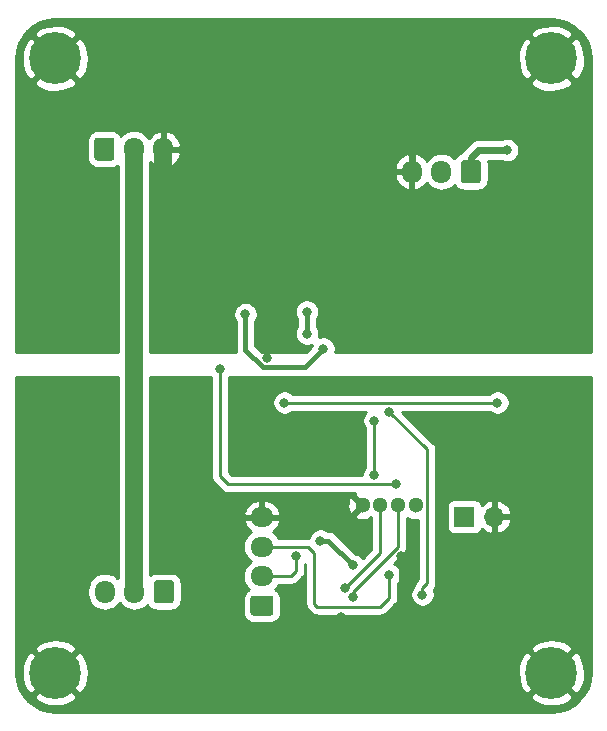
<source format=gbl>
G04 #@! TF.GenerationSoftware,KiCad,Pcbnew,(5.1.8)-1*
G04 #@! TF.CreationDate,2021-03-23T12:55:02+03:00*
G04 #@! TF.ProjectId,uart_key,75617274-5f6b-4657-992e-6b696361645f,rev?*
G04 #@! TF.SameCoordinates,Original*
G04 #@! TF.FileFunction,Copper,L2,Bot*
G04 #@! TF.FilePolarity,Positive*
%FSLAX46Y46*%
G04 Gerber Fmt 4.6, Leading zero omitted, Abs format (unit mm)*
G04 Created by KiCad (PCBNEW (5.1.8)-1) date 2021-03-23 12:55:02*
%MOMM*%
%LPD*%
G01*
G04 APERTURE LIST*
G04 #@! TA.AperFunction,ComponentPad*
%ADD10C,0.700000*%
G04 #@! TD*
G04 #@! TA.AperFunction,ComponentPad*
%ADD11C,4.400000*%
G04 #@! TD*
G04 #@! TA.AperFunction,ComponentPad*
%ADD12O,1.700000X1.700000*%
G04 #@! TD*
G04 #@! TA.AperFunction,ComponentPad*
%ADD13R,1.700000X1.700000*%
G04 #@! TD*
G04 #@! TA.AperFunction,ComponentPad*
%ADD14O,1.700000X1.950000*%
G04 #@! TD*
G04 #@! TA.AperFunction,ComponentPad*
%ADD15C,1.300000*%
G04 #@! TD*
G04 #@! TA.AperFunction,ComponentPad*
%ADD16O,1.950000X1.700000*%
G04 #@! TD*
G04 #@! TA.AperFunction,ViaPad*
%ADD17C,0.800000*%
G04 #@! TD*
G04 #@! TA.AperFunction,Conductor*
%ADD18C,0.400000*%
G04 #@! TD*
G04 #@! TA.AperFunction,Conductor*
%ADD19C,1.500000*%
G04 #@! TD*
G04 #@! TA.AperFunction,Conductor*
%ADD20C,0.600000*%
G04 #@! TD*
G04 #@! TA.AperFunction,Conductor*
%ADD21C,0.250000*%
G04 #@! TD*
G04 #@! TA.AperFunction,Conductor*
%ADD22C,0.254000*%
G04 #@! TD*
G04 #@! TA.AperFunction,Conductor*
%ADD23C,0.100000*%
G04 #@! TD*
G04 APERTURE END LIST*
D10*
X23166726Y-70833274D03*
X22000000Y-70350000D03*
X20833274Y-70833274D03*
X20350000Y-72000000D03*
X20833274Y-73166726D03*
X22000000Y-73650000D03*
X23166726Y-73166726D03*
X23650000Y-72000000D03*
D11*
X22000000Y-72000000D03*
D10*
X65166726Y-70833274D03*
X64000000Y-70350000D03*
X62833274Y-70833274D03*
X62350000Y-72000000D03*
X62833274Y-73166726D03*
X64000000Y-73650000D03*
X65166726Y-73166726D03*
X65650000Y-72000000D03*
D11*
X64000000Y-72000000D03*
D10*
X23166726Y-18833274D03*
X22000000Y-18350000D03*
X20833274Y-18833274D03*
X20350000Y-20000000D03*
X20833274Y-21166726D03*
X22000000Y-21650000D03*
X23166726Y-21166726D03*
X23650000Y-20000000D03*
D11*
X22000000Y-20000000D03*
D10*
X65166726Y-18833274D03*
X64000000Y-18350000D03*
X62833274Y-18833274D03*
X62350000Y-20000000D03*
X62833274Y-21166726D03*
X64000000Y-21650000D03*
X65166726Y-21166726D03*
X65650000Y-20000000D03*
D11*
X64000000Y-20000000D03*
D12*
X59170000Y-58790000D03*
D13*
X56630000Y-58790000D03*
D14*
X26190000Y-65140000D03*
X28690000Y-65140000D03*
G04 #@! TA.AperFunction,ComponentPad*
G36*
G01*
X32040000Y-64415000D02*
X32040000Y-65865000D01*
G75*
G02*
X31790000Y-66115000I-250000J0D01*
G01*
X30590000Y-66115000D01*
G75*
G02*
X30340000Y-65865000I0J250000D01*
G01*
X30340000Y-64415000D01*
G75*
G02*
X30590000Y-64165000I250000J0D01*
G01*
X31790000Y-64165000D01*
G75*
G02*
X32040000Y-64415000I0J-250000D01*
G01*
G37*
G04 #@! TD.AperFunction*
D15*
X48010000Y-57822000D03*
X49510000Y-57822000D03*
X51010000Y-57822000D03*
X52510000Y-57822000D03*
D14*
X52185000Y-29580000D03*
X54685000Y-29580000D03*
G04 #@! TA.AperFunction,ComponentPad*
G36*
G01*
X58035000Y-28855000D02*
X58035000Y-30305000D01*
G75*
G02*
X57785000Y-30555000I-250000J0D01*
G01*
X56585000Y-30555000D01*
G75*
G02*
X56335000Y-30305000I0J250000D01*
G01*
X56335000Y-28855000D01*
G75*
G02*
X56585000Y-28605000I250000J0D01*
G01*
X57785000Y-28605000D01*
G75*
G02*
X58035000Y-28855000I0J-250000D01*
G01*
G37*
G04 #@! TD.AperFunction*
X31150000Y-27675000D03*
X28650000Y-27675000D03*
G04 #@! TA.AperFunction,ComponentPad*
G36*
G01*
X25300000Y-28400000D02*
X25300000Y-26950000D01*
G75*
G02*
X25550000Y-26700000I250000J0D01*
G01*
X26750000Y-26700000D01*
G75*
G02*
X27000000Y-26950000I0J-250000D01*
G01*
X27000000Y-28400000D01*
G75*
G02*
X26750000Y-28650000I-250000J0D01*
G01*
X25550000Y-28650000D01*
G75*
G02*
X25300000Y-28400000I0J250000D01*
G01*
G37*
G04 #@! TD.AperFunction*
D16*
X39485000Y-58830000D03*
X39485000Y-61330000D03*
X39485000Y-63830000D03*
G04 #@! TA.AperFunction,ComponentPad*
G36*
G01*
X40210000Y-67180000D02*
X38760000Y-67180000D01*
G75*
G02*
X38510000Y-66930000I0J250000D01*
G01*
X38510000Y-65730000D01*
G75*
G02*
X38760000Y-65480000I250000J0D01*
G01*
X40210000Y-65480000D01*
G75*
G02*
X40460000Y-65730000I0J-250000D01*
G01*
X40460000Y-66930000D01*
G75*
G02*
X40210000Y-67180000I-250000J0D01*
G01*
G37*
G04 #@! TD.AperFunction*
D17*
X44253835Y-51839251D03*
X40443835Y-51839251D03*
X46216000Y-67280000D03*
X51296000Y-62113561D03*
X38088000Y-41645000D03*
X44692008Y-44566000D03*
X60229076Y-27757982D03*
X44438000Y-60822000D03*
X47187061Y-62913542D03*
X46481000Y-64875000D03*
X47232000Y-65610000D03*
X43300189Y-43291250D03*
X43295000Y-41425000D03*
X53074000Y-65394000D03*
X50280000Y-49900000D03*
X50280000Y-63725000D03*
X31150000Y-43470000D03*
X32420000Y-43470000D03*
X33690000Y-43470000D03*
X33690000Y-43470000D03*
X39896844Y-35624543D03*
X36945000Y-35295000D03*
X60331209Y-23787575D03*
X31150000Y-43470000D03*
X32420000Y-43470000D03*
X39934609Y-45343881D03*
X49010000Y-50662000D03*
X49010000Y-55234000D03*
X35936478Y-46266566D03*
X50855654Y-56054335D03*
X59424000Y-49138000D03*
X41390000Y-49138000D03*
X42406000Y-62092000D03*
D18*
X44253835Y-51839251D02*
X40443835Y-51839251D01*
X46216000Y-67280000D02*
X50426000Y-67280000D01*
X51296000Y-66410000D02*
X51296000Y-62113561D01*
X50426000Y-67280000D02*
X51296000Y-66410000D01*
D19*
X28650000Y-65100000D02*
X28690000Y-65140000D01*
X28650000Y-27675000D02*
X28650000Y-65100000D01*
D18*
X38088000Y-44681274D02*
X38088000Y-41645000D01*
X43114126Y-46143882D02*
X39550608Y-46143882D01*
X39550608Y-46143882D02*
X38088000Y-44681274D01*
X44692008Y-44566000D02*
X43114126Y-46143882D01*
D20*
X60229076Y-27757982D02*
X57817018Y-27757982D01*
X57185000Y-28390000D02*
X57185000Y-29580000D01*
X57817018Y-27757982D02*
X57185000Y-28390000D01*
D18*
X45095519Y-60822000D02*
X47187061Y-62913542D01*
X44438000Y-60822000D02*
X45095519Y-60822000D01*
D21*
X49510000Y-61846000D02*
X49510000Y-57822000D01*
X46481000Y-64875000D02*
X49510000Y-61846000D01*
X51010000Y-61362000D02*
X51010000Y-57822000D01*
X47232000Y-65140000D02*
X51010000Y-61362000D01*
X47232000Y-65610000D02*
X47232000Y-65140000D01*
D18*
X43300189Y-41430189D02*
X43295000Y-41425000D01*
X43300189Y-43291250D02*
X43300189Y-41430189D01*
D21*
X53485001Y-53105001D02*
X50280000Y-49900000D01*
X53485001Y-64414999D02*
X53485001Y-53105001D01*
X53074000Y-64826000D02*
X53485001Y-64414999D01*
X53074000Y-65394000D02*
X53074000Y-64826000D01*
X50280000Y-63725000D02*
X50280000Y-65648000D01*
X50280000Y-65648000D02*
X49518000Y-66410000D01*
X49518000Y-66410000D02*
X44184000Y-66410000D01*
X44184000Y-66410000D02*
X43930000Y-66156000D01*
X43930000Y-61838000D02*
X43422000Y-61330000D01*
X43930000Y-66156000D02*
X43930000Y-61838000D01*
X43422000Y-61330000D02*
X39485000Y-61330000D01*
D19*
X32420000Y-43470000D02*
X32420000Y-43470000D01*
X33690000Y-43470000D02*
X33690000Y-43470000D01*
X33690000Y-43470000D02*
X33690000Y-43470000D01*
X31150000Y-43470000D02*
X31150000Y-43470000D01*
D20*
X37274543Y-35624543D02*
X36945000Y-35295000D01*
X39896844Y-35624543D02*
X37274543Y-35624543D01*
X60331209Y-23787575D02*
X52897425Y-23787575D01*
X52185000Y-24500000D02*
X52185000Y-29580000D01*
X52897425Y-23787575D02*
X52185000Y-24500000D01*
D19*
X31150000Y-27675000D02*
X31150000Y-43470000D01*
X31150000Y-43470000D02*
X31150000Y-43470000D01*
X31150000Y-43470000D02*
X32420000Y-43470000D01*
X32420000Y-43470000D02*
X33690000Y-43470000D01*
D18*
X39934609Y-35662308D02*
X39896844Y-35624543D01*
X39934609Y-45343881D02*
X39934609Y-35662308D01*
D21*
X49010000Y-50662000D02*
X49010000Y-55234000D01*
X35936478Y-46266566D02*
X35936478Y-55368478D01*
X36622335Y-56054335D02*
X35936478Y-55368478D01*
X36622335Y-56054335D02*
X50855654Y-56054335D01*
X59424000Y-49138000D02*
X41390000Y-49138000D01*
X42406000Y-62092000D02*
X42406000Y-63362000D01*
X41938000Y-63830000D02*
X39485000Y-63830000D01*
X42406000Y-63362000D02*
X41938000Y-63830000D01*
D22*
X64648126Y-16726714D02*
X65271572Y-16914943D01*
X65846579Y-17220681D01*
X66351247Y-17632279D01*
X66766362Y-18134067D01*
X67076105Y-18706924D01*
X67268682Y-19329039D01*
X67340000Y-20007584D01*
X67340000Y-44873000D01*
X45685121Y-44873000D01*
X45687234Y-44867898D01*
X45727008Y-44667939D01*
X45727008Y-44464061D01*
X45687234Y-44264102D01*
X45609213Y-44075744D01*
X45495945Y-43906226D01*
X45351782Y-43762063D01*
X45182264Y-43648795D01*
X44993906Y-43570774D01*
X44793947Y-43531000D01*
X44590069Y-43531000D01*
X44390110Y-43570774D01*
X44286990Y-43613488D01*
X44295415Y-43593148D01*
X44335189Y-43393189D01*
X44335189Y-43189311D01*
X44295415Y-42989352D01*
X44217394Y-42800994D01*
X44135189Y-42677965D01*
X44135189Y-42030519D01*
X44212205Y-41915256D01*
X44290226Y-41726898D01*
X44330000Y-41526939D01*
X44330000Y-41323061D01*
X44290226Y-41123102D01*
X44212205Y-40934744D01*
X44098937Y-40765226D01*
X43954774Y-40621063D01*
X43785256Y-40507795D01*
X43596898Y-40429774D01*
X43396939Y-40390000D01*
X43193061Y-40390000D01*
X42993102Y-40429774D01*
X42804744Y-40507795D01*
X42635226Y-40621063D01*
X42491063Y-40765226D01*
X42377795Y-40934744D01*
X42299774Y-41123102D01*
X42260000Y-41323061D01*
X42260000Y-41526939D01*
X42299774Y-41726898D01*
X42377795Y-41915256D01*
X42465190Y-42046052D01*
X42465189Y-42677965D01*
X42382984Y-42800994D01*
X42304963Y-42989352D01*
X42265189Y-43189311D01*
X42265189Y-43393189D01*
X42304963Y-43593148D01*
X42382984Y-43781506D01*
X42496252Y-43951024D01*
X42640415Y-44095187D01*
X42809933Y-44208455D01*
X42998291Y-44286476D01*
X43198250Y-44326250D01*
X43402128Y-44326250D01*
X43602087Y-44286476D01*
X43705207Y-44243762D01*
X43696782Y-44264102D01*
X43667916Y-44409225D01*
X43204141Y-44873000D01*
X39460593Y-44873000D01*
X38923000Y-44335407D01*
X38923000Y-42258285D01*
X39005205Y-42135256D01*
X39083226Y-41946898D01*
X39123000Y-41746939D01*
X39123000Y-41543061D01*
X39083226Y-41343102D01*
X39005205Y-41154744D01*
X38891937Y-40985226D01*
X38747774Y-40841063D01*
X38578256Y-40727795D01*
X38389898Y-40649774D01*
X38189939Y-40610000D01*
X37986061Y-40610000D01*
X37786102Y-40649774D01*
X37597744Y-40727795D01*
X37428226Y-40841063D01*
X37284063Y-40985226D01*
X37170795Y-41154744D01*
X37092774Y-41343102D01*
X37053000Y-41543061D01*
X37053000Y-41746939D01*
X37092774Y-41946898D01*
X37170795Y-42135256D01*
X37253001Y-42258286D01*
X37253000Y-44640255D01*
X37248960Y-44681274D01*
X37253000Y-44722292D01*
X37265082Y-44844962D01*
X37273587Y-44873000D01*
X30035000Y-44873000D01*
X30035000Y-29939267D01*
X50718680Y-29939267D01*
X50792558Y-30220830D01*
X50919947Y-30482570D01*
X51095951Y-30714429D01*
X51313807Y-30907496D01*
X51565142Y-31054352D01*
X51828110Y-31146476D01*
X52058000Y-31025155D01*
X52058000Y-29707000D01*
X50858835Y-29707000D01*
X50718680Y-29939267D01*
X30035000Y-29939267D01*
X30035000Y-28775242D01*
X30060951Y-28809429D01*
X30278807Y-29002496D01*
X30530142Y-29149352D01*
X30793110Y-29241476D01*
X31023000Y-29120155D01*
X31023000Y-27802000D01*
X31277000Y-27802000D01*
X31277000Y-29120155D01*
X31506890Y-29241476D01*
X31566100Y-29220733D01*
X50718680Y-29220733D01*
X50858835Y-29453000D01*
X52058000Y-29453000D01*
X52058000Y-28134845D01*
X52312000Y-28134845D01*
X52312000Y-29453000D01*
X52332000Y-29453000D01*
X52332000Y-29707000D01*
X52312000Y-29707000D01*
X52312000Y-31025155D01*
X52541890Y-31146476D01*
X52804858Y-31054352D01*
X53056193Y-30907496D01*
X53274049Y-30714429D01*
X53430538Y-30508278D01*
X53444294Y-30534013D01*
X53629866Y-30760134D01*
X53855986Y-30945706D01*
X54113966Y-31083599D01*
X54393889Y-31168513D01*
X54685000Y-31197185D01*
X54976110Y-31168513D01*
X55256033Y-31083599D01*
X55514013Y-30945706D01*
X55740134Y-30760134D01*
X55792223Y-30696663D01*
X55846595Y-30798386D01*
X55957038Y-30932962D01*
X56091614Y-31043405D01*
X56245150Y-31125472D01*
X56411746Y-31176008D01*
X56585000Y-31193072D01*
X57785000Y-31193072D01*
X57958254Y-31176008D01*
X58124850Y-31125472D01*
X58278386Y-31043405D01*
X58412962Y-30932962D01*
X58523405Y-30798386D01*
X58605472Y-30644850D01*
X58656008Y-30478254D01*
X58673072Y-30305000D01*
X58673072Y-28855000D01*
X58657115Y-28692982D01*
X59781781Y-28692982D01*
X59927178Y-28753208D01*
X60127137Y-28792982D01*
X60331015Y-28792982D01*
X60530974Y-28753208D01*
X60719332Y-28675187D01*
X60888850Y-28561919D01*
X61033013Y-28417756D01*
X61146281Y-28248238D01*
X61224302Y-28059880D01*
X61264076Y-27859921D01*
X61264076Y-27656043D01*
X61224302Y-27456084D01*
X61146281Y-27267726D01*
X61033013Y-27098208D01*
X60888850Y-26954045D01*
X60719332Y-26840777D01*
X60530974Y-26762756D01*
X60331015Y-26722982D01*
X60127137Y-26722982D01*
X59927178Y-26762756D01*
X59781781Y-26822982D01*
X57862942Y-26822982D01*
X57817017Y-26818459D01*
X57771092Y-26822982D01*
X57771086Y-26822982D01*
X57652128Y-26834699D01*
X57633725Y-26836511D01*
X57580261Y-26852729D01*
X57457478Y-26889975D01*
X57295046Y-26976796D01*
X57152674Y-27093638D01*
X57123392Y-27129318D01*
X56556340Y-27696370D01*
X56520656Y-27725656D01*
X56403814Y-27868029D01*
X56328301Y-28009305D01*
X56245150Y-28034528D01*
X56091614Y-28116595D01*
X55957038Y-28227038D01*
X55846595Y-28361614D01*
X55792223Y-28463337D01*
X55740134Y-28399866D01*
X55514014Y-28214294D01*
X55256034Y-28076401D01*
X54976111Y-27991487D01*
X54685000Y-27962815D01*
X54393890Y-27991487D01*
X54113967Y-28076401D01*
X53855987Y-28214294D01*
X53629866Y-28399866D01*
X53444294Y-28625986D01*
X53430538Y-28651722D01*
X53274049Y-28445571D01*
X53056193Y-28252504D01*
X52804858Y-28105648D01*
X52541890Y-28013524D01*
X52312000Y-28134845D01*
X52058000Y-28134845D01*
X51828110Y-28013524D01*
X51565142Y-28105648D01*
X51313807Y-28252504D01*
X51095951Y-28445571D01*
X50919947Y-28677430D01*
X50792558Y-28939170D01*
X50718680Y-29220733D01*
X31566100Y-29220733D01*
X31769858Y-29149352D01*
X32021193Y-29002496D01*
X32239049Y-28809429D01*
X32415053Y-28577570D01*
X32542442Y-28315830D01*
X32616320Y-28034267D01*
X32476165Y-27802000D01*
X31277000Y-27802000D01*
X31023000Y-27802000D01*
X31003000Y-27802000D01*
X31003000Y-27548000D01*
X31023000Y-27548000D01*
X31023000Y-26229845D01*
X31277000Y-26229845D01*
X31277000Y-27548000D01*
X32476165Y-27548000D01*
X32616320Y-27315733D01*
X32542442Y-27034170D01*
X32415053Y-26772430D01*
X32239049Y-26540571D01*
X32021193Y-26347504D01*
X31769858Y-26200648D01*
X31506890Y-26108524D01*
X31277000Y-26229845D01*
X31023000Y-26229845D01*
X30793110Y-26108524D01*
X30530142Y-26200648D01*
X30278807Y-26347504D01*
X30060951Y-26540571D01*
X29904462Y-26746722D01*
X29890706Y-26720986D01*
X29705134Y-26494866D01*
X29479013Y-26309294D01*
X29221033Y-26171401D01*
X28941110Y-26086487D01*
X28650000Y-26057815D01*
X28358889Y-26086487D01*
X28078966Y-26171401D01*
X27820986Y-26309294D01*
X27594866Y-26494866D01*
X27542777Y-26558337D01*
X27488405Y-26456614D01*
X27377962Y-26322038D01*
X27243386Y-26211595D01*
X27089850Y-26129528D01*
X26923254Y-26078992D01*
X26750000Y-26061928D01*
X25550000Y-26061928D01*
X25376746Y-26078992D01*
X25210150Y-26129528D01*
X25056614Y-26211595D01*
X24922038Y-26322038D01*
X24811595Y-26456614D01*
X24729528Y-26610150D01*
X24678992Y-26776746D01*
X24661928Y-26950000D01*
X24661928Y-28400000D01*
X24678992Y-28573254D01*
X24729528Y-28739850D01*
X24811595Y-28893386D01*
X24922038Y-29027962D01*
X25056614Y-29138405D01*
X25210150Y-29220472D01*
X25376746Y-29271008D01*
X25550000Y-29288072D01*
X26750000Y-29288072D01*
X26923254Y-29271008D01*
X27089850Y-29220472D01*
X27243386Y-29138405D01*
X27265000Y-29120667D01*
X27265000Y-44873000D01*
X18660000Y-44873000D01*
X18660000Y-21989775D01*
X20189830Y-21989775D01*
X20429976Y-22377018D01*
X20923877Y-22637641D01*
X21459133Y-22796901D01*
X22015174Y-22848678D01*
X22570632Y-22790981D01*
X23104161Y-22626028D01*
X23570024Y-22377018D01*
X23810170Y-21989775D01*
X62189830Y-21989775D01*
X62429976Y-22377018D01*
X62923877Y-22637641D01*
X63459133Y-22796901D01*
X64015174Y-22848678D01*
X64570632Y-22790981D01*
X65104161Y-22626028D01*
X65570024Y-22377018D01*
X65810170Y-21989775D01*
X64000000Y-20179605D01*
X62189830Y-21989775D01*
X23810170Y-21989775D01*
X22000000Y-20179605D01*
X20189830Y-21989775D01*
X18660000Y-21989775D01*
X18660000Y-20032278D01*
X18661677Y-20015174D01*
X19151322Y-20015174D01*
X19209019Y-20570632D01*
X19373972Y-21104161D01*
X19622982Y-21570024D01*
X20010225Y-21810170D01*
X21820395Y-20000000D01*
X22179605Y-20000000D01*
X23989775Y-21810170D01*
X24377018Y-21570024D01*
X24637641Y-21076123D01*
X24796901Y-20540867D01*
X24845852Y-20015174D01*
X61151322Y-20015174D01*
X61209019Y-20570632D01*
X61373972Y-21104161D01*
X61622982Y-21570024D01*
X62010225Y-21810170D01*
X63820395Y-20000000D01*
X64179605Y-20000000D01*
X65989775Y-21810170D01*
X66377018Y-21570024D01*
X66637641Y-21076123D01*
X66796901Y-20540867D01*
X66848678Y-19984826D01*
X66790981Y-19429368D01*
X66626028Y-18895839D01*
X66377018Y-18429976D01*
X65989775Y-18189830D01*
X64179605Y-20000000D01*
X63820395Y-20000000D01*
X62010225Y-18189830D01*
X61622982Y-18429976D01*
X61362359Y-18923877D01*
X61203099Y-19459133D01*
X61151322Y-20015174D01*
X24845852Y-20015174D01*
X24848678Y-19984826D01*
X24790981Y-19429368D01*
X24626028Y-18895839D01*
X24377018Y-18429976D01*
X23989775Y-18189830D01*
X22179605Y-20000000D01*
X21820395Y-20000000D01*
X20010225Y-18189830D01*
X19622982Y-18429976D01*
X19362359Y-18923877D01*
X19203099Y-19459133D01*
X19151322Y-20015174D01*
X18661677Y-20015174D01*
X18726714Y-19351874D01*
X18914943Y-18728428D01*
X19220681Y-18153421D01*
X19337469Y-18010225D01*
X20189830Y-18010225D01*
X22000000Y-19820395D01*
X23810170Y-18010225D01*
X62189830Y-18010225D01*
X64000000Y-19820395D01*
X65810170Y-18010225D01*
X65570024Y-17622982D01*
X65076123Y-17362359D01*
X64540867Y-17203099D01*
X63984826Y-17151322D01*
X63429368Y-17209019D01*
X62895839Y-17373972D01*
X62429976Y-17622982D01*
X62189830Y-18010225D01*
X23810170Y-18010225D01*
X23570024Y-17622982D01*
X23076123Y-17362359D01*
X22540867Y-17203099D01*
X21984826Y-17151322D01*
X21429368Y-17209019D01*
X20895839Y-17373972D01*
X20429976Y-17622982D01*
X20189830Y-18010225D01*
X19337469Y-18010225D01*
X19632279Y-17648753D01*
X20134067Y-17233638D01*
X20706924Y-16923895D01*
X21329039Y-16731318D01*
X22007584Y-16660000D01*
X63967722Y-16660000D01*
X64648126Y-16726714D01*
G04 #@! TA.AperFunction,Conductor*
D23*
G36*
X64648126Y-16726714D02*
G01*
X65271572Y-16914943D01*
X65846579Y-17220681D01*
X66351247Y-17632279D01*
X66766362Y-18134067D01*
X67076105Y-18706924D01*
X67268682Y-19329039D01*
X67340000Y-20007584D01*
X67340000Y-44873000D01*
X45685121Y-44873000D01*
X45687234Y-44867898D01*
X45727008Y-44667939D01*
X45727008Y-44464061D01*
X45687234Y-44264102D01*
X45609213Y-44075744D01*
X45495945Y-43906226D01*
X45351782Y-43762063D01*
X45182264Y-43648795D01*
X44993906Y-43570774D01*
X44793947Y-43531000D01*
X44590069Y-43531000D01*
X44390110Y-43570774D01*
X44286990Y-43613488D01*
X44295415Y-43593148D01*
X44335189Y-43393189D01*
X44335189Y-43189311D01*
X44295415Y-42989352D01*
X44217394Y-42800994D01*
X44135189Y-42677965D01*
X44135189Y-42030519D01*
X44212205Y-41915256D01*
X44290226Y-41726898D01*
X44330000Y-41526939D01*
X44330000Y-41323061D01*
X44290226Y-41123102D01*
X44212205Y-40934744D01*
X44098937Y-40765226D01*
X43954774Y-40621063D01*
X43785256Y-40507795D01*
X43596898Y-40429774D01*
X43396939Y-40390000D01*
X43193061Y-40390000D01*
X42993102Y-40429774D01*
X42804744Y-40507795D01*
X42635226Y-40621063D01*
X42491063Y-40765226D01*
X42377795Y-40934744D01*
X42299774Y-41123102D01*
X42260000Y-41323061D01*
X42260000Y-41526939D01*
X42299774Y-41726898D01*
X42377795Y-41915256D01*
X42465190Y-42046052D01*
X42465189Y-42677965D01*
X42382984Y-42800994D01*
X42304963Y-42989352D01*
X42265189Y-43189311D01*
X42265189Y-43393189D01*
X42304963Y-43593148D01*
X42382984Y-43781506D01*
X42496252Y-43951024D01*
X42640415Y-44095187D01*
X42809933Y-44208455D01*
X42998291Y-44286476D01*
X43198250Y-44326250D01*
X43402128Y-44326250D01*
X43602087Y-44286476D01*
X43705207Y-44243762D01*
X43696782Y-44264102D01*
X43667916Y-44409225D01*
X43204141Y-44873000D01*
X39460593Y-44873000D01*
X38923000Y-44335407D01*
X38923000Y-42258285D01*
X39005205Y-42135256D01*
X39083226Y-41946898D01*
X39123000Y-41746939D01*
X39123000Y-41543061D01*
X39083226Y-41343102D01*
X39005205Y-41154744D01*
X38891937Y-40985226D01*
X38747774Y-40841063D01*
X38578256Y-40727795D01*
X38389898Y-40649774D01*
X38189939Y-40610000D01*
X37986061Y-40610000D01*
X37786102Y-40649774D01*
X37597744Y-40727795D01*
X37428226Y-40841063D01*
X37284063Y-40985226D01*
X37170795Y-41154744D01*
X37092774Y-41343102D01*
X37053000Y-41543061D01*
X37053000Y-41746939D01*
X37092774Y-41946898D01*
X37170795Y-42135256D01*
X37253001Y-42258286D01*
X37253000Y-44640255D01*
X37248960Y-44681274D01*
X37253000Y-44722292D01*
X37265082Y-44844962D01*
X37273587Y-44873000D01*
X30035000Y-44873000D01*
X30035000Y-29939267D01*
X50718680Y-29939267D01*
X50792558Y-30220830D01*
X50919947Y-30482570D01*
X51095951Y-30714429D01*
X51313807Y-30907496D01*
X51565142Y-31054352D01*
X51828110Y-31146476D01*
X52058000Y-31025155D01*
X52058000Y-29707000D01*
X50858835Y-29707000D01*
X50718680Y-29939267D01*
X30035000Y-29939267D01*
X30035000Y-28775242D01*
X30060951Y-28809429D01*
X30278807Y-29002496D01*
X30530142Y-29149352D01*
X30793110Y-29241476D01*
X31023000Y-29120155D01*
X31023000Y-27802000D01*
X31277000Y-27802000D01*
X31277000Y-29120155D01*
X31506890Y-29241476D01*
X31566100Y-29220733D01*
X50718680Y-29220733D01*
X50858835Y-29453000D01*
X52058000Y-29453000D01*
X52058000Y-28134845D01*
X52312000Y-28134845D01*
X52312000Y-29453000D01*
X52332000Y-29453000D01*
X52332000Y-29707000D01*
X52312000Y-29707000D01*
X52312000Y-31025155D01*
X52541890Y-31146476D01*
X52804858Y-31054352D01*
X53056193Y-30907496D01*
X53274049Y-30714429D01*
X53430538Y-30508278D01*
X53444294Y-30534013D01*
X53629866Y-30760134D01*
X53855986Y-30945706D01*
X54113966Y-31083599D01*
X54393889Y-31168513D01*
X54685000Y-31197185D01*
X54976110Y-31168513D01*
X55256033Y-31083599D01*
X55514013Y-30945706D01*
X55740134Y-30760134D01*
X55792223Y-30696663D01*
X55846595Y-30798386D01*
X55957038Y-30932962D01*
X56091614Y-31043405D01*
X56245150Y-31125472D01*
X56411746Y-31176008D01*
X56585000Y-31193072D01*
X57785000Y-31193072D01*
X57958254Y-31176008D01*
X58124850Y-31125472D01*
X58278386Y-31043405D01*
X58412962Y-30932962D01*
X58523405Y-30798386D01*
X58605472Y-30644850D01*
X58656008Y-30478254D01*
X58673072Y-30305000D01*
X58673072Y-28855000D01*
X58657115Y-28692982D01*
X59781781Y-28692982D01*
X59927178Y-28753208D01*
X60127137Y-28792982D01*
X60331015Y-28792982D01*
X60530974Y-28753208D01*
X60719332Y-28675187D01*
X60888850Y-28561919D01*
X61033013Y-28417756D01*
X61146281Y-28248238D01*
X61224302Y-28059880D01*
X61264076Y-27859921D01*
X61264076Y-27656043D01*
X61224302Y-27456084D01*
X61146281Y-27267726D01*
X61033013Y-27098208D01*
X60888850Y-26954045D01*
X60719332Y-26840777D01*
X60530974Y-26762756D01*
X60331015Y-26722982D01*
X60127137Y-26722982D01*
X59927178Y-26762756D01*
X59781781Y-26822982D01*
X57862942Y-26822982D01*
X57817017Y-26818459D01*
X57771092Y-26822982D01*
X57771086Y-26822982D01*
X57652128Y-26834699D01*
X57633725Y-26836511D01*
X57580261Y-26852729D01*
X57457478Y-26889975D01*
X57295046Y-26976796D01*
X57152674Y-27093638D01*
X57123392Y-27129318D01*
X56556340Y-27696370D01*
X56520656Y-27725656D01*
X56403814Y-27868029D01*
X56328301Y-28009305D01*
X56245150Y-28034528D01*
X56091614Y-28116595D01*
X55957038Y-28227038D01*
X55846595Y-28361614D01*
X55792223Y-28463337D01*
X55740134Y-28399866D01*
X55514014Y-28214294D01*
X55256034Y-28076401D01*
X54976111Y-27991487D01*
X54685000Y-27962815D01*
X54393890Y-27991487D01*
X54113967Y-28076401D01*
X53855987Y-28214294D01*
X53629866Y-28399866D01*
X53444294Y-28625986D01*
X53430538Y-28651722D01*
X53274049Y-28445571D01*
X53056193Y-28252504D01*
X52804858Y-28105648D01*
X52541890Y-28013524D01*
X52312000Y-28134845D01*
X52058000Y-28134845D01*
X51828110Y-28013524D01*
X51565142Y-28105648D01*
X51313807Y-28252504D01*
X51095951Y-28445571D01*
X50919947Y-28677430D01*
X50792558Y-28939170D01*
X50718680Y-29220733D01*
X31566100Y-29220733D01*
X31769858Y-29149352D01*
X32021193Y-29002496D01*
X32239049Y-28809429D01*
X32415053Y-28577570D01*
X32542442Y-28315830D01*
X32616320Y-28034267D01*
X32476165Y-27802000D01*
X31277000Y-27802000D01*
X31023000Y-27802000D01*
X31003000Y-27802000D01*
X31003000Y-27548000D01*
X31023000Y-27548000D01*
X31023000Y-26229845D01*
X31277000Y-26229845D01*
X31277000Y-27548000D01*
X32476165Y-27548000D01*
X32616320Y-27315733D01*
X32542442Y-27034170D01*
X32415053Y-26772430D01*
X32239049Y-26540571D01*
X32021193Y-26347504D01*
X31769858Y-26200648D01*
X31506890Y-26108524D01*
X31277000Y-26229845D01*
X31023000Y-26229845D01*
X30793110Y-26108524D01*
X30530142Y-26200648D01*
X30278807Y-26347504D01*
X30060951Y-26540571D01*
X29904462Y-26746722D01*
X29890706Y-26720986D01*
X29705134Y-26494866D01*
X29479013Y-26309294D01*
X29221033Y-26171401D01*
X28941110Y-26086487D01*
X28650000Y-26057815D01*
X28358889Y-26086487D01*
X28078966Y-26171401D01*
X27820986Y-26309294D01*
X27594866Y-26494866D01*
X27542777Y-26558337D01*
X27488405Y-26456614D01*
X27377962Y-26322038D01*
X27243386Y-26211595D01*
X27089850Y-26129528D01*
X26923254Y-26078992D01*
X26750000Y-26061928D01*
X25550000Y-26061928D01*
X25376746Y-26078992D01*
X25210150Y-26129528D01*
X25056614Y-26211595D01*
X24922038Y-26322038D01*
X24811595Y-26456614D01*
X24729528Y-26610150D01*
X24678992Y-26776746D01*
X24661928Y-26950000D01*
X24661928Y-28400000D01*
X24678992Y-28573254D01*
X24729528Y-28739850D01*
X24811595Y-28893386D01*
X24922038Y-29027962D01*
X25056614Y-29138405D01*
X25210150Y-29220472D01*
X25376746Y-29271008D01*
X25550000Y-29288072D01*
X26750000Y-29288072D01*
X26923254Y-29271008D01*
X27089850Y-29220472D01*
X27243386Y-29138405D01*
X27265000Y-29120667D01*
X27265000Y-44873000D01*
X18660000Y-44873000D01*
X18660000Y-21989775D01*
X20189830Y-21989775D01*
X20429976Y-22377018D01*
X20923877Y-22637641D01*
X21459133Y-22796901D01*
X22015174Y-22848678D01*
X22570632Y-22790981D01*
X23104161Y-22626028D01*
X23570024Y-22377018D01*
X23810170Y-21989775D01*
X62189830Y-21989775D01*
X62429976Y-22377018D01*
X62923877Y-22637641D01*
X63459133Y-22796901D01*
X64015174Y-22848678D01*
X64570632Y-22790981D01*
X65104161Y-22626028D01*
X65570024Y-22377018D01*
X65810170Y-21989775D01*
X64000000Y-20179605D01*
X62189830Y-21989775D01*
X23810170Y-21989775D01*
X22000000Y-20179605D01*
X20189830Y-21989775D01*
X18660000Y-21989775D01*
X18660000Y-20032278D01*
X18661677Y-20015174D01*
X19151322Y-20015174D01*
X19209019Y-20570632D01*
X19373972Y-21104161D01*
X19622982Y-21570024D01*
X20010225Y-21810170D01*
X21820395Y-20000000D01*
X22179605Y-20000000D01*
X23989775Y-21810170D01*
X24377018Y-21570024D01*
X24637641Y-21076123D01*
X24796901Y-20540867D01*
X24845852Y-20015174D01*
X61151322Y-20015174D01*
X61209019Y-20570632D01*
X61373972Y-21104161D01*
X61622982Y-21570024D01*
X62010225Y-21810170D01*
X63820395Y-20000000D01*
X64179605Y-20000000D01*
X65989775Y-21810170D01*
X66377018Y-21570024D01*
X66637641Y-21076123D01*
X66796901Y-20540867D01*
X66848678Y-19984826D01*
X66790981Y-19429368D01*
X66626028Y-18895839D01*
X66377018Y-18429976D01*
X65989775Y-18189830D01*
X64179605Y-20000000D01*
X63820395Y-20000000D01*
X62010225Y-18189830D01*
X61622982Y-18429976D01*
X61362359Y-18923877D01*
X61203099Y-19459133D01*
X61151322Y-20015174D01*
X24845852Y-20015174D01*
X24848678Y-19984826D01*
X24790981Y-19429368D01*
X24626028Y-18895839D01*
X24377018Y-18429976D01*
X23989775Y-18189830D01*
X22179605Y-20000000D01*
X21820395Y-20000000D01*
X20010225Y-18189830D01*
X19622982Y-18429976D01*
X19362359Y-18923877D01*
X19203099Y-19459133D01*
X19151322Y-20015174D01*
X18661677Y-20015174D01*
X18726714Y-19351874D01*
X18914943Y-18728428D01*
X19220681Y-18153421D01*
X19337469Y-18010225D01*
X20189830Y-18010225D01*
X22000000Y-19820395D01*
X23810170Y-18010225D01*
X62189830Y-18010225D01*
X64000000Y-19820395D01*
X65810170Y-18010225D01*
X65570024Y-17622982D01*
X65076123Y-17362359D01*
X64540867Y-17203099D01*
X63984826Y-17151322D01*
X63429368Y-17209019D01*
X62895839Y-17373972D01*
X62429976Y-17622982D01*
X62189830Y-18010225D01*
X23810170Y-18010225D01*
X23570024Y-17622982D01*
X23076123Y-17362359D01*
X22540867Y-17203099D01*
X21984826Y-17151322D01*
X21429368Y-17209019D01*
X20895839Y-17373972D01*
X20429976Y-17622982D01*
X20189830Y-18010225D01*
X19337469Y-18010225D01*
X19632279Y-17648753D01*
X20134067Y-17233638D01*
X20706924Y-16923895D01*
X21329039Y-16731318D01*
X22007584Y-16660000D01*
X63967722Y-16660000D01*
X64648126Y-16726714D01*
G37*
G04 #@! TD.AperFunction*
D22*
X27265001Y-63984074D02*
X27245134Y-63959866D01*
X27019014Y-63774294D01*
X26761034Y-63636401D01*
X26481111Y-63551487D01*
X26190000Y-63522815D01*
X25898890Y-63551487D01*
X25618967Y-63636401D01*
X25360987Y-63774294D01*
X25134866Y-63959866D01*
X24949294Y-64185986D01*
X24811401Y-64443966D01*
X24726487Y-64723889D01*
X24705000Y-64942050D01*
X24705000Y-65337949D01*
X24726487Y-65556110D01*
X24811401Y-65836033D01*
X24949294Y-66094013D01*
X25134866Y-66320134D01*
X25360986Y-66505706D01*
X25618966Y-66643599D01*
X25898889Y-66728513D01*
X26190000Y-66757185D01*
X26481110Y-66728513D01*
X26761033Y-66643599D01*
X27019013Y-66505706D01*
X27245134Y-66320134D01*
X27430706Y-66094014D01*
X27440000Y-66076626D01*
X27449294Y-66094013D01*
X27634866Y-66320134D01*
X27860986Y-66505706D01*
X28118966Y-66643599D01*
X28398889Y-66728513D01*
X28690000Y-66757185D01*
X28981110Y-66728513D01*
X29261033Y-66643599D01*
X29519013Y-66505706D01*
X29745134Y-66320134D01*
X29797223Y-66256663D01*
X29851595Y-66358386D01*
X29962038Y-66492962D01*
X30096614Y-66603405D01*
X30250150Y-66685472D01*
X30416746Y-66736008D01*
X30590000Y-66753072D01*
X31790000Y-66753072D01*
X31963254Y-66736008D01*
X32129850Y-66685472D01*
X32283386Y-66603405D01*
X32417962Y-66492962D01*
X32528405Y-66358386D01*
X32610472Y-66204850D01*
X32661008Y-66038254D01*
X32678072Y-65865000D01*
X32678072Y-64415000D01*
X32661008Y-64241746D01*
X32610472Y-64075150D01*
X32528405Y-63921614D01*
X32417962Y-63787038D01*
X32283386Y-63676595D01*
X32129850Y-63594528D01*
X31963254Y-63543992D01*
X31790000Y-63526928D01*
X30590000Y-63526928D01*
X30416746Y-63543992D01*
X30250150Y-63594528D01*
X30096614Y-63676595D01*
X30035000Y-63727160D01*
X30035000Y-58473110D01*
X37918524Y-58473110D01*
X38039845Y-58703000D01*
X39358000Y-58703000D01*
X39358000Y-57503835D01*
X39612000Y-57503835D01*
X39612000Y-58703000D01*
X40930155Y-58703000D01*
X41051476Y-58473110D01*
X40959352Y-58210142D01*
X40812496Y-57958807D01*
X40759012Y-57898455D01*
X46721048Y-57898455D01*
X46760730Y-58148449D01*
X46848422Y-58385896D01*
X46895799Y-58474534D01*
X47124473Y-58527922D01*
X47830395Y-57822000D01*
X47124473Y-57116078D01*
X46895799Y-57169466D01*
X46789905Y-57399374D01*
X46730898Y-57645524D01*
X46721048Y-57898455D01*
X40759012Y-57898455D01*
X40619429Y-57740951D01*
X40387570Y-57564947D01*
X40125830Y-57437558D01*
X39844267Y-57363680D01*
X39612000Y-57503835D01*
X39358000Y-57503835D01*
X39125733Y-57363680D01*
X38844170Y-57437558D01*
X38582430Y-57564947D01*
X38350571Y-57740951D01*
X38157504Y-57958807D01*
X38010648Y-58210142D01*
X37918524Y-58473110D01*
X30035000Y-58473110D01*
X30035000Y-46947000D01*
X35153201Y-46947000D01*
X35176478Y-46970277D01*
X35176479Y-55331146D01*
X35172802Y-55368478D01*
X35187476Y-55517463D01*
X35230932Y-55660724D01*
X35301504Y-55792754D01*
X35364057Y-55868974D01*
X35396478Y-55908479D01*
X35425476Y-55932277D01*
X36058536Y-56565337D01*
X36082334Y-56594336D01*
X36198059Y-56689309D01*
X36330088Y-56759881D01*
X36473349Y-56803338D01*
X36585002Y-56814335D01*
X36585011Y-56814335D01*
X36622334Y-56818011D01*
X36659657Y-56814335D01*
X47332593Y-56814335D01*
X47304078Y-56936473D01*
X48010000Y-57642395D01*
X48024143Y-57628253D01*
X48203748Y-57807858D01*
X48189605Y-57822000D01*
X48203748Y-57836143D01*
X48024143Y-58015748D01*
X48010000Y-58001605D01*
X47304078Y-58707527D01*
X47357466Y-58936201D01*
X47587374Y-59042095D01*
X47833524Y-59101102D01*
X48086455Y-59110952D01*
X48336449Y-59071270D01*
X48573896Y-58983578D01*
X48662534Y-58936201D01*
X48689866Y-58819131D01*
X48690860Y-58820125D01*
X48750001Y-58859642D01*
X48750000Y-61531198D01*
X48005591Y-62275608D01*
X47990998Y-62253768D01*
X47846835Y-62109605D01*
X47677317Y-61996337D01*
X47488959Y-61918316D01*
X47343836Y-61889450D01*
X45714965Y-60260579D01*
X45688810Y-60228709D01*
X45561665Y-60124364D01*
X45416606Y-60046828D01*
X45259208Y-59999082D01*
X45136538Y-59987000D01*
X45136537Y-59987000D01*
X45095519Y-59982960D01*
X45054501Y-59987000D01*
X45051285Y-59987000D01*
X44928256Y-59904795D01*
X44739898Y-59826774D01*
X44539939Y-59787000D01*
X44336061Y-59787000D01*
X44136102Y-59826774D01*
X43947744Y-59904795D01*
X43778226Y-60018063D01*
X43634063Y-60162226D01*
X43520795Y-60331744D01*
X43442774Y-60520102D01*
X43433357Y-60567443D01*
X43422000Y-60566324D01*
X43384678Y-60570000D01*
X40887595Y-60570000D01*
X40850706Y-60500986D01*
X40665134Y-60274866D01*
X40439014Y-60089294D01*
X40413278Y-60075538D01*
X40619429Y-59919049D01*
X40812496Y-59701193D01*
X40959352Y-59449858D01*
X41051476Y-59186890D01*
X40930155Y-58957000D01*
X39612000Y-58957000D01*
X39612000Y-58977000D01*
X39358000Y-58977000D01*
X39358000Y-58957000D01*
X38039845Y-58957000D01*
X37918524Y-59186890D01*
X38010648Y-59449858D01*
X38157504Y-59701193D01*
X38350571Y-59919049D01*
X38556722Y-60075538D01*
X38530986Y-60089294D01*
X38304866Y-60274866D01*
X38119294Y-60500986D01*
X37981401Y-60758966D01*
X37896487Y-61038889D01*
X37867815Y-61330000D01*
X37896487Y-61621111D01*
X37981401Y-61901034D01*
X38119294Y-62159014D01*
X38304866Y-62385134D01*
X38530986Y-62570706D01*
X38548374Y-62580000D01*
X38530986Y-62589294D01*
X38304866Y-62774866D01*
X38119294Y-63000986D01*
X37981401Y-63258966D01*
X37896487Y-63538889D01*
X37867815Y-63830000D01*
X37896487Y-64121111D01*
X37981401Y-64401034D01*
X38119294Y-64659014D01*
X38304866Y-64885134D01*
X38368337Y-64937223D01*
X38266614Y-64991595D01*
X38132038Y-65102038D01*
X38021595Y-65236614D01*
X37939528Y-65390150D01*
X37888992Y-65556746D01*
X37871928Y-65730000D01*
X37871928Y-66930000D01*
X37888992Y-67103254D01*
X37939528Y-67269850D01*
X38021595Y-67423386D01*
X38132038Y-67557962D01*
X38266614Y-67668405D01*
X38420150Y-67750472D01*
X38586746Y-67801008D01*
X38760000Y-67818072D01*
X40210000Y-67818072D01*
X40383254Y-67801008D01*
X40549850Y-67750472D01*
X40703386Y-67668405D01*
X40837962Y-67557962D01*
X40948405Y-67423386D01*
X41030472Y-67269850D01*
X41081008Y-67103254D01*
X41098072Y-66930000D01*
X41098072Y-65730000D01*
X41081008Y-65556746D01*
X41030472Y-65390150D01*
X40948405Y-65236614D01*
X40837962Y-65102038D01*
X40703386Y-64991595D01*
X40601663Y-64937223D01*
X40665134Y-64885134D01*
X40850706Y-64659014D01*
X40887595Y-64590000D01*
X41900678Y-64590000D01*
X41938000Y-64593676D01*
X41975322Y-64590000D01*
X41975333Y-64590000D01*
X42086986Y-64579003D01*
X42230247Y-64535546D01*
X42362276Y-64464974D01*
X42478001Y-64370001D01*
X42501804Y-64340997D01*
X42916997Y-63925804D01*
X42946001Y-63902001D01*
X43040349Y-63787038D01*
X43040974Y-63786277D01*
X43111546Y-63654247D01*
X43121006Y-63623061D01*
X43155003Y-63510986D01*
X43166000Y-63399333D01*
X43166000Y-63399323D01*
X43169676Y-63362000D01*
X43166000Y-63324677D01*
X43166000Y-62795711D01*
X43170001Y-62791710D01*
X43170000Y-66118677D01*
X43166324Y-66156000D01*
X43170000Y-66193322D01*
X43170000Y-66193332D01*
X43180997Y-66304985D01*
X43213361Y-66411677D01*
X43224454Y-66448246D01*
X43295026Y-66580276D01*
X43334871Y-66628826D01*
X43389999Y-66696001D01*
X43419003Y-66719804D01*
X43620196Y-66920997D01*
X43643999Y-66950001D01*
X43759724Y-67044974D01*
X43891753Y-67115546D01*
X44035014Y-67159003D01*
X44146667Y-67170000D01*
X44146676Y-67170000D01*
X44183999Y-67173676D01*
X44221322Y-67170000D01*
X49480678Y-67170000D01*
X49518000Y-67173676D01*
X49555322Y-67170000D01*
X49555333Y-67170000D01*
X49666986Y-67159003D01*
X49810247Y-67115546D01*
X49942276Y-67044974D01*
X50058001Y-66950001D01*
X50081803Y-66920998D01*
X50791002Y-66211799D01*
X50820001Y-66188001D01*
X50914974Y-66072276D01*
X50985546Y-65940247D01*
X51029003Y-65796986D01*
X51040000Y-65685333D01*
X51040000Y-65685325D01*
X51043676Y-65648000D01*
X51040000Y-65610675D01*
X51040000Y-64428711D01*
X51083937Y-64384774D01*
X51197205Y-64215256D01*
X51275226Y-64026898D01*
X51315000Y-63826939D01*
X51315000Y-63623061D01*
X51275226Y-63423102D01*
X51197205Y-63234744D01*
X51083937Y-63065226D01*
X50939774Y-62921063D01*
X50770256Y-62807795D01*
X50677449Y-62769353D01*
X51521004Y-61925798D01*
X51550001Y-61902001D01*
X51644974Y-61786276D01*
X51715546Y-61654247D01*
X51759003Y-61510986D01*
X51770000Y-61399333D01*
X51770000Y-61399323D01*
X51773676Y-61362000D01*
X51770000Y-61324677D01*
X51770000Y-58873005D01*
X51901324Y-58960753D01*
X52135179Y-59057619D01*
X52383439Y-59107000D01*
X52636561Y-59107000D01*
X52725001Y-59089408D01*
X52725001Y-64100198D01*
X52562998Y-64262201D01*
X52534000Y-64285999D01*
X52510202Y-64314997D01*
X52510201Y-64314998D01*
X52439026Y-64401724D01*
X52393037Y-64487764D01*
X52368454Y-64533753D01*
X52324997Y-64677014D01*
X52324748Y-64679541D01*
X52270063Y-64734226D01*
X52156795Y-64903744D01*
X52078774Y-65092102D01*
X52039000Y-65292061D01*
X52039000Y-65495939D01*
X52078774Y-65695898D01*
X52156795Y-65884256D01*
X52270063Y-66053774D01*
X52414226Y-66197937D01*
X52583744Y-66311205D01*
X52772102Y-66389226D01*
X52972061Y-66429000D01*
X53175939Y-66429000D01*
X53375898Y-66389226D01*
X53564256Y-66311205D01*
X53733774Y-66197937D01*
X53877937Y-66053774D01*
X53991205Y-65884256D01*
X54069226Y-65695898D01*
X54109000Y-65495939D01*
X54109000Y-65292061D01*
X54069226Y-65092102D01*
X54015624Y-64962696D01*
X54025002Y-64955000D01*
X54119975Y-64839275D01*
X54190547Y-64707246D01*
X54234004Y-64563985D01*
X54245001Y-64452332D01*
X54245001Y-64452323D01*
X54248677Y-64415000D01*
X54245001Y-64377677D01*
X54245001Y-57940000D01*
X55141928Y-57940000D01*
X55141928Y-59640000D01*
X55154188Y-59764482D01*
X55190498Y-59884180D01*
X55249463Y-59994494D01*
X55328815Y-60091185D01*
X55425506Y-60170537D01*
X55535820Y-60229502D01*
X55655518Y-60265812D01*
X55780000Y-60278072D01*
X57480000Y-60278072D01*
X57604482Y-60265812D01*
X57724180Y-60229502D01*
X57834494Y-60170537D01*
X57931185Y-60091185D01*
X58010537Y-59994494D01*
X58069502Y-59884180D01*
X58093966Y-59803534D01*
X58169731Y-59887588D01*
X58403080Y-60061641D01*
X58665901Y-60186825D01*
X58813110Y-60231476D01*
X59043000Y-60110155D01*
X59043000Y-58917000D01*
X59297000Y-58917000D01*
X59297000Y-60110155D01*
X59526890Y-60231476D01*
X59674099Y-60186825D01*
X59936920Y-60061641D01*
X60170269Y-59887588D01*
X60365178Y-59671355D01*
X60514157Y-59421252D01*
X60611481Y-59146891D01*
X60490814Y-58917000D01*
X59297000Y-58917000D01*
X59043000Y-58917000D01*
X59023000Y-58917000D01*
X59023000Y-58663000D01*
X59043000Y-58663000D01*
X59043000Y-57469845D01*
X59297000Y-57469845D01*
X59297000Y-58663000D01*
X60490814Y-58663000D01*
X60611481Y-58433109D01*
X60514157Y-58158748D01*
X60365178Y-57908645D01*
X60170269Y-57692412D01*
X59936920Y-57518359D01*
X59674099Y-57393175D01*
X59526890Y-57348524D01*
X59297000Y-57469845D01*
X59043000Y-57469845D01*
X58813110Y-57348524D01*
X58665901Y-57393175D01*
X58403080Y-57518359D01*
X58169731Y-57692412D01*
X58093966Y-57776466D01*
X58069502Y-57695820D01*
X58010537Y-57585506D01*
X57931185Y-57488815D01*
X57834494Y-57409463D01*
X57724180Y-57350498D01*
X57604482Y-57314188D01*
X57480000Y-57301928D01*
X55780000Y-57301928D01*
X55655518Y-57314188D01*
X55535820Y-57350498D01*
X55425506Y-57409463D01*
X55328815Y-57488815D01*
X55249463Y-57585506D01*
X55190498Y-57695820D01*
X55154188Y-57815518D01*
X55141928Y-57940000D01*
X54245001Y-57940000D01*
X54245001Y-53142324D01*
X54248677Y-53105001D01*
X54245001Y-53067678D01*
X54245001Y-53067668D01*
X54234004Y-52956015D01*
X54190547Y-52812754D01*
X54119975Y-52680724D01*
X54048800Y-52593998D01*
X54025002Y-52565000D01*
X53996004Y-52541202D01*
X51352801Y-49898000D01*
X58720289Y-49898000D01*
X58764226Y-49941937D01*
X58933744Y-50055205D01*
X59122102Y-50133226D01*
X59322061Y-50173000D01*
X59525939Y-50173000D01*
X59725898Y-50133226D01*
X59914256Y-50055205D01*
X60083774Y-49941937D01*
X60227937Y-49797774D01*
X60341205Y-49628256D01*
X60419226Y-49439898D01*
X60459000Y-49239939D01*
X60459000Y-49036061D01*
X60419226Y-48836102D01*
X60341205Y-48647744D01*
X60227937Y-48478226D01*
X60083774Y-48334063D01*
X59914256Y-48220795D01*
X59725898Y-48142774D01*
X59525939Y-48103000D01*
X59322061Y-48103000D01*
X59122102Y-48142774D01*
X58933744Y-48220795D01*
X58764226Y-48334063D01*
X58720289Y-48378000D01*
X42093711Y-48378000D01*
X42049774Y-48334063D01*
X41880256Y-48220795D01*
X41691898Y-48142774D01*
X41491939Y-48103000D01*
X41288061Y-48103000D01*
X41088102Y-48142774D01*
X40899744Y-48220795D01*
X40730226Y-48334063D01*
X40586063Y-48478226D01*
X40472795Y-48647744D01*
X40394774Y-48836102D01*
X40355000Y-49036061D01*
X40355000Y-49239939D01*
X40394774Y-49439898D01*
X40472795Y-49628256D01*
X40586063Y-49797774D01*
X40730226Y-49941937D01*
X40899744Y-50055205D01*
X41088102Y-50133226D01*
X41288061Y-50173000D01*
X41491939Y-50173000D01*
X41691898Y-50133226D01*
X41880256Y-50055205D01*
X42049774Y-49941937D01*
X42093711Y-49898000D01*
X48310289Y-49898000D01*
X48206063Y-50002226D01*
X48092795Y-50171744D01*
X48014774Y-50360102D01*
X47975000Y-50560061D01*
X47975000Y-50763939D01*
X48014774Y-50963898D01*
X48092795Y-51152256D01*
X48206063Y-51321774D01*
X48250000Y-51365711D01*
X48250001Y-54530288D01*
X48206063Y-54574226D01*
X48092795Y-54743744D01*
X48014774Y-54932102D01*
X47975000Y-55132061D01*
X47975000Y-55294335D01*
X36937137Y-55294335D01*
X36696478Y-55053677D01*
X36696478Y-46970277D01*
X36719755Y-46947000D01*
X39321647Y-46947000D01*
X39386919Y-46966800D01*
X39550607Y-46982922D01*
X39591626Y-46978882D01*
X43073108Y-46978882D01*
X43114126Y-46982922D01*
X43155144Y-46978882D01*
X43155145Y-46978882D01*
X43277815Y-46966800D01*
X43343087Y-46947000D01*
X67340001Y-46947000D01*
X67340001Y-71967711D01*
X67273286Y-72648126D01*
X67085057Y-73271570D01*
X66779323Y-73846573D01*
X66367721Y-74351248D01*
X65865933Y-74766362D01*
X65293077Y-75076104D01*
X64670961Y-75268682D01*
X63992417Y-75340000D01*
X22032279Y-75340000D01*
X21351874Y-75273286D01*
X20728430Y-75085057D01*
X20153427Y-74779323D01*
X19648752Y-74367721D01*
X19336089Y-73989775D01*
X20189830Y-73989775D01*
X20429976Y-74377018D01*
X20923877Y-74637641D01*
X21459133Y-74796901D01*
X22015174Y-74848678D01*
X22570632Y-74790981D01*
X23104161Y-74626028D01*
X23570024Y-74377018D01*
X23810170Y-73989775D01*
X62189830Y-73989775D01*
X62429976Y-74377018D01*
X62923877Y-74637641D01*
X63459133Y-74796901D01*
X64015174Y-74848678D01*
X64570632Y-74790981D01*
X65104161Y-74626028D01*
X65570024Y-74377018D01*
X65810170Y-73989775D01*
X64000000Y-72179605D01*
X62189830Y-73989775D01*
X23810170Y-73989775D01*
X22000000Y-72179605D01*
X20189830Y-73989775D01*
X19336089Y-73989775D01*
X19233638Y-73865933D01*
X18923896Y-73293077D01*
X18731318Y-72670961D01*
X18662392Y-72015174D01*
X19151322Y-72015174D01*
X19209019Y-72570632D01*
X19373972Y-73104161D01*
X19622982Y-73570024D01*
X20010225Y-73810170D01*
X21820395Y-72000000D01*
X22179605Y-72000000D01*
X23989775Y-73810170D01*
X24377018Y-73570024D01*
X24637641Y-73076123D01*
X24796901Y-72540867D01*
X24845852Y-72015174D01*
X61151322Y-72015174D01*
X61209019Y-72570632D01*
X61373972Y-73104161D01*
X61622982Y-73570024D01*
X62010225Y-73810170D01*
X63820395Y-72000000D01*
X64179605Y-72000000D01*
X65989775Y-73810170D01*
X66377018Y-73570024D01*
X66637641Y-73076123D01*
X66796901Y-72540867D01*
X66848678Y-71984826D01*
X66790981Y-71429368D01*
X66626028Y-70895839D01*
X66377018Y-70429976D01*
X65989775Y-70189830D01*
X64179605Y-72000000D01*
X63820395Y-72000000D01*
X62010225Y-70189830D01*
X61622982Y-70429976D01*
X61362359Y-70923877D01*
X61203099Y-71459133D01*
X61151322Y-72015174D01*
X24845852Y-72015174D01*
X24848678Y-71984826D01*
X24790981Y-71429368D01*
X24626028Y-70895839D01*
X24377018Y-70429976D01*
X23989775Y-70189830D01*
X22179605Y-72000000D01*
X21820395Y-72000000D01*
X20010225Y-70189830D01*
X19622982Y-70429976D01*
X19362359Y-70923877D01*
X19203099Y-71459133D01*
X19151322Y-72015174D01*
X18662392Y-72015174D01*
X18660000Y-71992417D01*
X18660000Y-70010225D01*
X20189830Y-70010225D01*
X22000000Y-71820395D01*
X23810170Y-70010225D01*
X62189830Y-70010225D01*
X64000000Y-71820395D01*
X65810170Y-70010225D01*
X65570024Y-69622982D01*
X65076123Y-69362359D01*
X64540867Y-69203099D01*
X63984826Y-69151322D01*
X63429368Y-69209019D01*
X62895839Y-69373972D01*
X62429976Y-69622982D01*
X62189830Y-70010225D01*
X23810170Y-70010225D01*
X23570024Y-69622982D01*
X23076123Y-69362359D01*
X22540867Y-69203099D01*
X21984826Y-69151322D01*
X21429368Y-69209019D01*
X20895839Y-69373972D01*
X20429976Y-69622982D01*
X20189830Y-70010225D01*
X18660000Y-70010225D01*
X18660000Y-46947000D01*
X27265001Y-46947000D01*
X27265001Y-63984074D01*
G04 #@! TA.AperFunction,Conductor*
D23*
G36*
X27265001Y-63984074D02*
G01*
X27245134Y-63959866D01*
X27019014Y-63774294D01*
X26761034Y-63636401D01*
X26481111Y-63551487D01*
X26190000Y-63522815D01*
X25898890Y-63551487D01*
X25618967Y-63636401D01*
X25360987Y-63774294D01*
X25134866Y-63959866D01*
X24949294Y-64185986D01*
X24811401Y-64443966D01*
X24726487Y-64723889D01*
X24705000Y-64942050D01*
X24705000Y-65337949D01*
X24726487Y-65556110D01*
X24811401Y-65836033D01*
X24949294Y-66094013D01*
X25134866Y-66320134D01*
X25360986Y-66505706D01*
X25618966Y-66643599D01*
X25898889Y-66728513D01*
X26190000Y-66757185D01*
X26481110Y-66728513D01*
X26761033Y-66643599D01*
X27019013Y-66505706D01*
X27245134Y-66320134D01*
X27430706Y-66094014D01*
X27440000Y-66076626D01*
X27449294Y-66094013D01*
X27634866Y-66320134D01*
X27860986Y-66505706D01*
X28118966Y-66643599D01*
X28398889Y-66728513D01*
X28690000Y-66757185D01*
X28981110Y-66728513D01*
X29261033Y-66643599D01*
X29519013Y-66505706D01*
X29745134Y-66320134D01*
X29797223Y-66256663D01*
X29851595Y-66358386D01*
X29962038Y-66492962D01*
X30096614Y-66603405D01*
X30250150Y-66685472D01*
X30416746Y-66736008D01*
X30590000Y-66753072D01*
X31790000Y-66753072D01*
X31963254Y-66736008D01*
X32129850Y-66685472D01*
X32283386Y-66603405D01*
X32417962Y-66492962D01*
X32528405Y-66358386D01*
X32610472Y-66204850D01*
X32661008Y-66038254D01*
X32678072Y-65865000D01*
X32678072Y-64415000D01*
X32661008Y-64241746D01*
X32610472Y-64075150D01*
X32528405Y-63921614D01*
X32417962Y-63787038D01*
X32283386Y-63676595D01*
X32129850Y-63594528D01*
X31963254Y-63543992D01*
X31790000Y-63526928D01*
X30590000Y-63526928D01*
X30416746Y-63543992D01*
X30250150Y-63594528D01*
X30096614Y-63676595D01*
X30035000Y-63727160D01*
X30035000Y-58473110D01*
X37918524Y-58473110D01*
X38039845Y-58703000D01*
X39358000Y-58703000D01*
X39358000Y-57503835D01*
X39612000Y-57503835D01*
X39612000Y-58703000D01*
X40930155Y-58703000D01*
X41051476Y-58473110D01*
X40959352Y-58210142D01*
X40812496Y-57958807D01*
X40759012Y-57898455D01*
X46721048Y-57898455D01*
X46760730Y-58148449D01*
X46848422Y-58385896D01*
X46895799Y-58474534D01*
X47124473Y-58527922D01*
X47830395Y-57822000D01*
X47124473Y-57116078D01*
X46895799Y-57169466D01*
X46789905Y-57399374D01*
X46730898Y-57645524D01*
X46721048Y-57898455D01*
X40759012Y-57898455D01*
X40619429Y-57740951D01*
X40387570Y-57564947D01*
X40125830Y-57437558D01*
X39844267Y-57363680D01*
X39612000Y-57503835D01*
X39358000Y-57503835D01*
X39125733Y-57363680D01*
X38844170Y-57437558D01*
X38582430Y-57564947D01*
X38350571Y-57740951D01*
X38157504Y-57958807D01*
X38010648Y-58210142D01*
X37918524Y-58473110D01*
X30035000Y-58473110D01*
X30035000Y-46947000D01*
X35153201Y-46947000D01*
X35176478Y-46970277D01*
X35176479Y-55331146D01*
X35172802Y-55368478D01*
X35187476Y-55517463D01*
X35230932Y-55660724D01*
X35301504Y-55792754D01*
X35364057Y-55868974D01*
X35396478Y-55908479D01*
X35425476Y-55932277D01*
X36058536Y-56565337D01*
X36082334Y-56594336D01*
X36198059Y-56689309D01*
X36330088Y-56759881D01*
X36473349Y-56803338D01*
X36585002Y-56814335D01*
X36585011Y-56814335D01*
X36622334Y-56818011D01*
X36659657Y-56814335D01*
X47332593Y-56814335D01*
X47304078Y-56936473D01*
X48010000Y-57642395D01*
X48024143Y-57628253D01*
X48203748Y-57807858D01*
X48189605Y-57822000D01*
X48203748Y-57836143D01*
X48024143Y-58015748D01*
X48010000Y-58001605D01*
X47304078Y-58707527D01*
X47357466Y-58936201D01*
X47587374Y-59042095D01*
X47833524Y-59101102D01*
X48086455Y-59110952D01*
X48336449Y-59071270D01*
X48573896Y-58983578D01*
X48662534Y-58936201D01*
X48689866Y-58819131D01*
X48690860Y-58820125D01*
X48750001Y-58859642D01*
X48750000Y-61531198D01*
X48005591Y-62275608D01*
X47990998Y-62253768D01*
X47846835Y-62109605D01*
X47677317Y-61996337D01*
X47488959Y-61918316D01*
X47343836Y-61889450D01*
X45714965Y-60260579D01*
X45688810Y-60228709D01*
X45561665Y-60124364D01*
X45416606Y-60046828D01*
X45259208Y-59999082D01*
X45136538Y-59987000D01*
X45136537Y-59987000D01*
X45095519Y-59982960D01*
X45054501Y-59987000D01*
X45051285Y-59987000D01*
X44928256Y-59904795D01*
X44739898Y-59826774D01*
X44539939Y-59787000D01*
X44336061Y-59787000D01*
X44136102Y-59826774D01*
X43947744Y-59904795D01*
X43778226Y-60018063D01*
X43634063Y-60162226D01*
X43520795Y-60331744D01*
X43442774Y-60520102D01*
X43433357Y-60567443D01*
X43422000Y-60566324D01*
X43384678Y-60570000D01*
X40887595Y-60570000D01*
X40850706Y-60500986D01*
X40665134Y-60274866D01*
X40439014Y-60089294D01*
X40413278Y-60075538D01*
X40619429Y-59919049D01*
X40812496Y-59701193D01*
X40959352Y-59449858D01*
X41051476Y-59186890D01*
X40930155Y-58957000D01*
X39612000Y-58957000D01*
X39612000Y-58977000D01*
X39358000Y-58977000D01*
X39358000Y-58957000D01*
X38039845Y-58957000D01*
X37918524Y-59186890D01*
X38010648Y-59449858D01*
X38157504Y-59701193D01*
X38350571Y-59919049D01*
X38556722Y-60075538D01*
X38530986Y-60089294D01*
X38304866Y-60274866D01*
X38119294Y-60500986D01*
X37981401Y-60758966D01*
X37896487Y-61038889D01*
X37867815Y-61330000D01*
X37896487Y-61621111D01*
X37981401Y-61901034D01*
X38119294Y-62159014D01*
X38304866Y-62385134D01*
X38530986Y-62570706D01*
X38548374Y-62580000D01*
X38530986Y-62589294D01*
X38304866Y-62774866D01*
X38119294Y-63000986D01*
X37981401Y-63258966D01*
X37896487Y-63538889D01*
X37867815Y-63830000D01*
X37896487Y-64121111D01*
X37981401Y-64401034D01*
X38119294Y-64659014D01*
X38304866Y-64885134D01*
X38368337Y-64937223D01*
X38266614Y-64991595D01*
X38132038Y-65102038D01*
X38021595Y-65236614D01*
X37939528Y-65390150D01*
X37888992Y-65556746D01*
X37871928Y-65730000D01*
X37871928Y-66930000D01*
X37888992Y-67103254D01*
X37939528Y-67269850D01*
X38021595Y-67423386D01*
X38132038Y-67557962D01*
X38266614Y-67668405D01*
X38420150Y-67750472D01*
X38586746Y-67801008D01*
X38760000Y-67818072D01*
X40210000Y-67818072D01*
X40383254Y-67801008D01*
X40549850Y-67750472D01*
X40703386Y-67668405D01*
X40837962Y-67557962D01*
X40948405Y-67423386D01*
X41030472Y-67269850D01*
X41081008Y-67103254D01*
X41098072Y-66930000D01*
X41098072Y-65730000D01*
X41081008Y-65556746D01*
X41030472Y-65390150D01*
X40948405Y-65236614D01*
X40837962Y-65102038D01*
X40703386Y-64991595D01*
X40601663Y-64937223D01*
X40665134Y-64885134D01*
X40850706Y-64659014D01*
X40887595Y-64590000D01*
X41900678Y-64590000D01*
X41938000Y-64593676D01*
X41975322Y-64590000D01*
X41975333Y-64590000D01*
X42086986Y-64579003D01*
X42230247Y-64535546D01*
X42362276Y-64464974D01*
X42478001Y-64370001D01*
X42501804Y-64340997D01*
X42916997Y-63925804D01*
X42946001Y-63902001D01*
X43040349Y-63787038D01*
X43040974Y-63786277D01*
X43111546Y-63654247D01*
X43121006Y-63623061D01*
X43155003Y-63510986D01*
X43166000Y-63399333D01*
X43166000Y-63399323D01*
X43169676Y-63362000D01*
X43166000Y-63324677D01*
X43166000Y-62795711D01*
X43170001Y-62791710D01*
X43170000Y-66118677D01*
X43166324Y-66156000D01*
X43170000Y-66193322D01*
X43170000Y-66193332D01*
X43180997Y-66304985D01*
X43213361Y-66411677D01*
X43224454Y-66448246D01*
X43295026Y-66580276D01*
X43334871Y-66628826D01*
X43389999Y-66696001D01*
X43419003Y-66719804D01*
X43620196Y-66920997D01*
X43643999Y-66950001D01*
X43759724Y-67044974D01*
X43891753Y-67115546D01*
X44035014Y-67159003D01*
X44146667Y-67170000D01*
X44146676Y-67170000D01*
X44183999Y-67173676D01*
X44221322Y-67170000D01*
X49480678Y-67170000D01*
X49518000Y-67173676D01*
X49555322Y-67170000D01*
X49555333Y-67170000D01*
X49666986Y-67159003D01*
X49810247Y-67115546D01*
X49942276Y-67044974D01*
X50058001Y-66950001D01*
X50081803Y-66920998D01*
X50791002Y-66211799D01*
X50820001Y-66188001D01*
X50914974Y-66072276D01*
X50985546Y-65940247D01*
X51029003Y-65796986D01*
X51040000Y-65685333D01*
X51040000Y-65685325D01*
X51043676Y-65648000D01*
X51040000Y-65610675D01*
X51040000Y-64428711D01*
X51083937Y-64384774D01*
X51197205Y-64215256D01*
X51275226Y-64026898D01*
X51315000Y-63826939D01*
X51315000Y-63623061D01*
X51275226Y-63423102D01*
X51197205Y-63234744D01*
X51083937Y-63065226D01*
X50939774Y-62921063D01*
X50770256Y-62807795D01*
X50677449Y-62769353D01*
X51521004Y-61925798D01*
X51550001Y-61902001D01*
X51644974Y-61786276D01*
X51715546Y-61654247D01*
X51759003Y-61510986D01*
X51770000Y-61399333D01*
X51770000Y-61399323D01*
X51773676Y-61362000D01*
X51770000Y-61324677D01*
X51770000Y-58873005D01*
X51901324Y-58960753D01*
X52135179Y-59057619D01*
X52383439Y-59107000D01*
X52636561Y-59107000D01*
X52725001Y-59089408D01*
X52725001Y-64100198D01*
X52562998Y-64262201D01*
X52534000Y-64285999D01*
X52510202Y-64314997D01*
X52510201Y-64314998D01*
X52439026Y-64401724D01*
X52393037Y-64487764D01*
X52368454Y-64533753D01*
X52324997Y-64677014D01*
X52324748Y-64679541D01*
X52270063Y-64734226D01*
X52156795Y-64903744D01*
X52078774Y-65092102D01*
X52039000Y-65292061D01*
X52039000Y-65495939D01*
X52078774Y-65695898D01*
X52156795Y-65884256D01*
X52270063Y-66053774D01*
X52414226Y-66197937D01*
X52583744Y-66311205D01*
X52772102Y-66389226D01*
X52972061Y-66429000D01*
X53175939Y-66429000D01*
X53375898Y-66389226D01*
X53564256Y-66311205D01*
X53733774Y-66197937D01*
X53877937Y-66053774D01*
X53991205Y-65884256D01*
X54069226Y-65695898D01*
X54109000Y-65495939D01*
X54109000Y-65292061D01*
X54069226Y-65092102D01*
X54015624Y-64962696D01*
X54025002Y-64955000D01*
X54119975Y-64839275D01*
X54190547Y-64707246D01*
X54234004Y-64563985D01*
X54245001Y-64452332D01*
X54245001Y-64452323D01*
X54248677Y-64415000D01*
X54245001Y-64377677D01*
X54245001Y-57940000D01*
X55141928Y-57940000D01*
X55141928Y-59640000D01*
X55154188Y-59764482D01*
X55190498Y-59884180D01*
X55249463Y-59994494D01*
X55328815Y-60091185D01*
X55425506Y-60170537D01*
X55535820Y-60229502D01*
X55655518Y-60265812D01*
X55780000Y-60278072D01*
X57480000Y-60278072D01*
X57604482Y-60265812D01*
X57724180Y-60229502D01*
X57834494Y-60170537D01*
X57931185Y-60091185D01*
X58010537Y-59994494D01*
X58069502Y-59884180D01*
X58093966Y-59803534D01*
X58169731Y-59887588D01*
X58403080Y-60061641D01*
X58665901Y-60186825D01*
X58813110Y-60231476D01*
X59043000Y-60110155D01*
X59043000Y-58917000D01*
X59297000Y-58917000D01*
X59297000Y-60110155D01*
X59526890Y-60231476D01*
X59674099Y-60186825D01*
X59936920Y-60061641D01*
X60170269Y-59887588D01*
X60365178Y-59671355D01*
X60514157Y-59421252D01*
X60611481Y-59146891D01*
X60490814Y-58917000D01*
X59297000Y-58917000D01*
X59043000Y-58917000D01*
X59023000Y-58917000D01*
X59023000Y-58663000D01*
X59043000Y-58663000D01*
X59043000Y-57469845D01*
X59297000Y-57469845D01*
X59297000Y-58663000D01*
X60490814Y-58663000D01*
X60611481Y-58433109D01*
X60514157Y-58158748D01*
X60365178Y-57908645D01*
X60170269Y-57692412D01*
X59936920Y-57518359D01*
X59674099Y-57393175D01*
X59526890Y-57348524D01*
X59297000Y-57469845D01*
X59043000Y-57469845D01*
X58813110Y-57348524D01*
X58665901Y-57393175D01*
X58403080Y-57518359D01*
X58169731Y-57692412D01*
X58093966Y-57776466D01*
X58069502Y-57695820D01*
X58010537Y-57585506D01*
X57931185Y-57488815D01*
X57834494Y-57409463D01*
X57724180Y-57350498D01*
X57604482Y-57314188D01*
X57480000Y-57301928D01*
X55780000Y-57301928D01*
X55655518Y-57314188D01*
X55535820Y-57350498D01*
X55425506Y-57409463D01*
X55328815Y-57488815D01*
X55249463Y-57585506D01*
X55190498Y-57695820D01*
X55154188Y-57815518D01*
X55141928Y-57940000D01*
X54245001Y-57940000D01*
X54245001Y-53142324D01*
X54248677Y-53105001D01*
X54245001Y-53067678D01*
X54245001Y-53067668D01*
X54234004Y-52956015D01*
X54190547Y-52812754D01*
X54119975Y-52680724D01*
X54048800Y-52593998D01*
X54025002Y-52565000D01*
X53996004Y-52541202D01*
X51352801Y-49898000D01*
X58720289Y-49898000D01*
X58764226Y-49941937D01*
X58933744Y-50055205D01*
X59122102Y-50133226D01*
X59322061Y-50173000D01*
X59525939Y-50173000D01*
X59725898Y-50133226D01*
X59914256Y-50055205D01*
X60083774Y-49941937D01*
X60227937Y-49797774D01*
X60341205Y-49628256D01*
X60419226Y-49439898D01*
X60459000Y-49239939D01*
X60459000Y-49036061D01*
X60419226Y-48836102D01*
X60341205Y-48647744D01*
X60227937Y-48478226D01*
X60083774Y-48334063D01*
X59914256Y-48220795D01*
X59725898Y-48142774D01*
X59525939Y-48103000D01*
X59322061Y-48103000D01*
X59122102Y-48142774D01*
X58933744Y-48220795D01*
X58764226Y-48334063D01*
X58720289Y-48378000D01*
X42093711Y-48378000D01*
X42049774Y-48334063D01*
X41880256Y-48220795D01*
X41691898Y-48142774D01*
X41491939Y-48103000D01*
X41288061Y-48103000D01*
X41088102Y-48142774D01*
X40899744Y-48220795D01*
X40730226Y-48334063D01*
X40586063Y-48478226D01*
X40472795Y-48647744D01*
X40394774Y-48836102D01*
X40355000Y-49036061D01*
X40355000Y-49239939D01*
X40394774Y-49439898D01*
X40472795Y-49628256D01*
X40586063Y-49797774D01*
X40730226Y-49941937D01*
X40899744Y-50055205D01*
X41088102Y-50133226D01*
X41288061Y-50173000D01*
X41491939Y-50173000D01*
X41691898Y-50133226D01*
X41880256Y-50055205D01*
X42049774Y-49941937D01*
X42093711Y-49898000D01*
X48310289Y-49898000D01*
X48206063Y-50002226D01*
X48092795Y-50171744D01*
X48014774Y-50360102D01*
X47975000Y-50560061D01*
X47975000Y-50763939D01*
X48014774Y-50963898D01*
X48092795Y-51152256D01*
X48206063Y-51321774D01*
X48250000Y-51365711D01*
X48250001Y-54530288D01*
X48206063Y-54574226D01*
X48092795Y-54743744D01*
X48014774Y-54932102D01*
X47975000Y-55132061D01*
X47975000Y-55294335D01*
X36937137Y-55294335D01*
X36696478Y-55053677D01*
X36696478Y-46970277D01*
X36719755Y-46947000D01*
X39321647Y-46947000D01*
X39386919Y-46966800D01*
X39550607Y-46982922D01*
X39591626Y-46978882D01*
X43073108Y-46978882D01*
X43114126Y-46982922D01*
X43155144Y-46978882D01*
X43155145Y-46978882D01*
X43277815Y-46966800D01*
X43343087Y-46947000D01*
X67340001Y-46947000D01*
X67340001Y-71967711D01*
X67273286Y-72648126D01*
X67085057Y-73271570D01*
X66779323Y-73846573D01*
X66367721Y-74351248D01*
X65865933Y-74766362D01*
X65293077Y-75076104D01*
X64670961Y-75268682D01*
X63992417Y-75340000D01*
X22032279Y-75340000D01*
X21351874Y-75273286D01*
X20728430Y-75085057D01*
X20153427Y-74779323D01*
X19648752Y-74367721D01*
X19336089Y-73989775D01*
X20189830Y-73989775D01*
X20429976Y-74377018D01*
X20923877Y-74637641D01*
X21459133Y-74796901D01*
X22015174Y-74848678D01*
X22570632Y-74790981D01*
X23104161Y-74626028D01*
X23570024Y-74377018D01*
X23810170Y-73989775D01*
X62189830Y-73989775D01*
X62429976Y-74377018D01*
X62923877Y-74637641D01*
X63459133Y-74796901D01*
X64015174Y-74848678D01*
X64570632Y-74790981D01*
X65104161Y-74626028D01*
X65570024Y-74377018D01*
X65810170Y-73989775D01*
X64000000Y-72179605D01*
X62189830Y-73989775D01*
X23810170Y-73989775D01*
X22000000Y-72179605D01*
X20189830Y-73989775D01*
X19336089Y-73989775D01*
X19233638Y-73865933D01*
X18923896Y-73293077D01*
X18731318Y-72670961D01*
X18662392Y-72015174D01*
X19151322Y-72015174D01*
X19209019Y-72570632D01*
X19373972Y-73104161D01*
X19622982Y-73570024D01*
X20010225Y-73810170D01*
X21820395Y-72000000D01*
X22179605Y-72000000D01*
X23989775Y-73810170D01*
X24377018Y-73570024D01*
X24637641Y-73076123D01*
X24796901Y-72540867D01*
X24845852Y-72015174D01*
X61151322Y-72015174D01*
X61209019Y-72570632D01*
X61373972Y-73104161D01*
X61622982Y-73570024D01*
X62010225Y-73810170D01*
X63820395Y-72000000D01*
X64179605Y-72000000D01*
X65989775Y-73810170D01*
X66377018Y-73570024D01*
X66637641Y-73076123D01*
X66796901Y-72540867D01*
X66848678Y-71984826D01*
X66790981Y-71429368D01*
X66626028Y-70895839D01*
X66377018Y-70429976D01*
X65989775Y-70189830D01*
X64179605Y-72000000D01*
X63820395Y-72000000D01*
X62010225Y-70189830D01*
X61622982Y-70429976D01*
X61362359Y-70923877D01*
X61203099Y-71459133D01*
X61151322Y-72015174D01*
X24845852Y-72015174D01*
X24848678Y-71984826D01*
X24790981Y-71429368D01*
X24626028Y-70895839D01*
X24377018Y-70429976D01*
X23989775Y-70189830D01*
X22179605Y-72000000D01*
X21820395Y-72000000D01*
X20010225Y-70189830D01*
X19622982Y-70429976D01*
X19362359Y-70923877D01*
X19203099Y-71459133D01*
X19151322Y-72015174D01*
X18662392Y-72015174D01*
X18660000Y-71992417D01*
X18660000Y-70010225D01*
X20189830Y-70010225D01*
X22000000Y-71820395D01*
X23810170Y-70010225D01*
X62189830Y-70010225D01*
X64000000Y-71820395D01*
X65810170Y-70010225D01*
X65570024Y-69622982D01*
X65076123Y-69362359D01*
X64540867Y-69203099D01*
X63984826Y-69151322D01*
X63429368Y-69209019D01*
X62895839Y-69373972D01*
X62429976Y-69622982D01*
X62189830Y-70010225D01*
X23810170Y-70010225D01*
X23570024Y-69622982D01*
X23076123Y-69362359D01*
X22540867Y-69203099D01*
X21984826Y-69151322D01*
X21429368Y-69209019D01*
X20895839Y-69373972D01*
X20429976Y-69622982D01*
X20189830Y-70010225D01*
X18660000Y-70010225D01*
X18660000Y-46947000D01*
X27265001Y-46947000D01*
X27265001Y-63984074D01*
G37*
G04 #@! TD.AperFunction*
M02*

</source>
